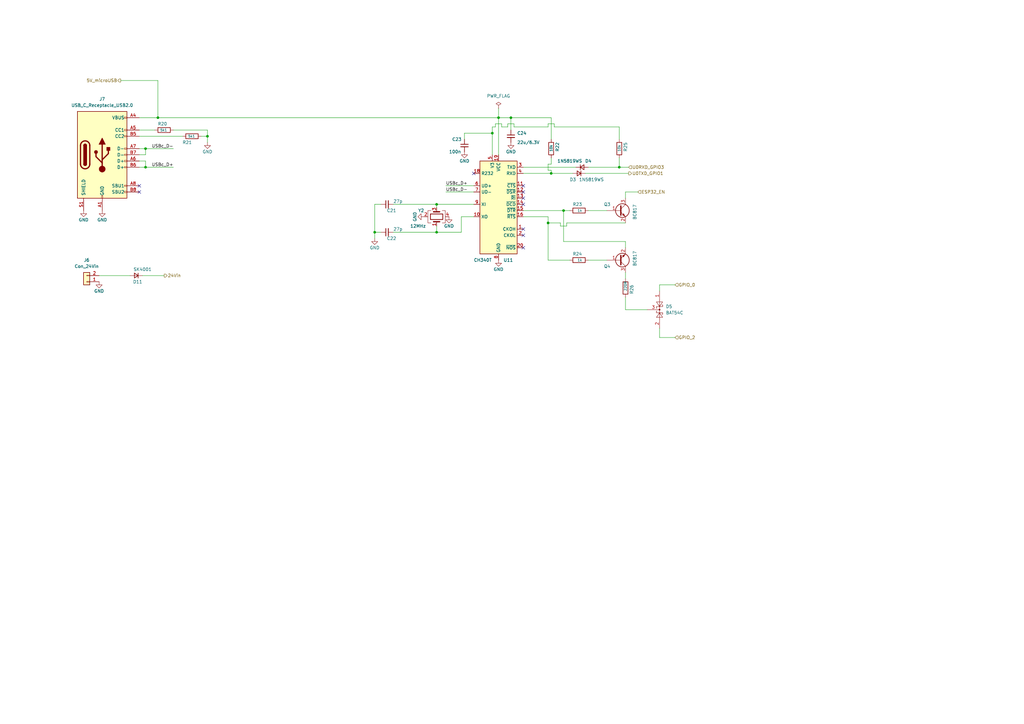
<source format=kicad_sch>
(kicad_sch (version 20211123) (generator eeschema)
  (paper "A3")
  (title_block (title "USB to UART bridge") (date "2022-06-07") (rev "3"))
  (lib_symbols
    (symbol "Connector:USB_C_Receptacle_USB2.0" (pin_names (offset 1.016))
      (property "Reference" "J" (at -10.16 19.05 0))
      (property "Value" "USB_C_Receptacle_USB2.0" (at 19.05 19.05 0))
      (symbol "USB_C_Receptacle_USB2.0_0_0"
        (rectangle (start -0.254 -17.78) (end 0.254 -16.764))
        (rectangle (start 10.16 -14.986) (end 9.144 -15.494))
        (rectangle (start 10.16 -12.446) (end 9.144 -12.954))
        (rectangle (start 10.16 -4.826) (end 9.144 -5.334))
        (rectangle (start 10.16 -2.286) (end 9.144 -2.794))
        (rectangle (start 10.16 0.254) (end 9.144 -0.254))
        (rectangle (start 10.16 2.794) (end 9.144 2.286))
        (rectangle (start 10.16 7.874) (end 9.144 7.366))
        (rectangle (start 10.16 10.414) (end 9.144 9.906))
        (rectangle (start 10.16 15.494) (end 9.144 14.986))
      )
      (symbol "USB_C_Receptacle_USB2.0_0_1"
        (rectangle (start -10.16 17.78) (end 10.16 -17.78) (stroke (width 0.254)) (fill (type background)))
        (arc (start -8.89 -3.81) (mid -6.985 -5.715) (end -5.08 -3.81) (stroke (width 0.508)))
        (arc (start -7.62 -3.81) (mid -6.985 -4.445) (end -6.35 -3.81) (stroke (width 0.254)))
        (arc (start -7.62 -3.81) (mid -6.985 -4.445) (end -6.35 -3.81) (stroke (width 0.254)) (fill (type outline)))
        (rectangle (start -7.62 -3.81) (end -6.35 3.81) (stroke (width 0.254)) (fill (type outline)))
        (arc (start -6.35 3.81) (mid -6.985 4.445) (end -7.62 3.81) (stroke (width 0.254)))
        (arc (start -6.35 3.81) (mid -6.985 4.445) (end -7.62 3.81) (stroke (width 0.254)) (fill (type outline)))
        (arc (start -5.08 3.81) (mid -6.985 5.715) (end -8.89 3.81) (stroke (width 0.508)))
        (circle (center -2.54 1.143) (radius 0.635) (stroke (width 0.254)) (fill (type outline)))
        (circle (center 0 -5.842) (radius 1.27) (fill (type outline)))
        (polyline (pts (xy -8.89 -3.81) (xy -8.89 3.81)) (stroke (width 0.508)))
        (polyline (pts (xy -5.08 3.81) (xy -5.08 -3.81)) (stroke (width 0.508)))
        (polyline (pts (xy 0 -5.842) (xy 0 4.318)) (stroke (width 0.508)))
        (polyline (pts (xy 0 -3.302) (xy -2.54 -0.762) (xy -2.54 0.508)) (stroke (width 0.508)))
        (polyline (pts (xy 0 -2.032) (xy 2.54 0.508) (xy 2.54 1.778)) (stroke (width 0.508)))
        (polyline (pts (xy -1.27 4.318) (xy 0 6.858) (xy 1.27 4.318) (xy -1.27 4.318)) (stroke (width 0.254)) (fill (type outline)))
        (rectangle (start 1.905 1.778) (end 3.175 3.048) (stroke (width 0.254)) (fill (type outline)))
      )
      (symbol "USB_C_Receptacle_USB2.0_1_1"
        (pin passive line (at 0 -22.86 90) (length 5.08) (name "GND") (number "A1"))
        (pin passive line (at 0 -22.86 90) (length 5.08) hide (name "GND") (number "A12"))
        (pin passive line (at 15.24 15.24 180) (length 5.08) (name "VBUS") (number "A4"))
        (pin bidirectional line (at 15.24 10.16 180) (length 5.08) (name "CC1") (number "A5"))
        (pin bidirectional line (at 15.24 -2.54 180) (length 5.08) (name "D+") (number "A6"))
        (pin bidirectional line (at 15.24 2.54 180) (length 5.08) (name "D-") (number "A7"))
        (pin bidirectional line (at 15.24 -12.7 180) (length 5.08) (name "SBU1") (number "A8"))
        (pin passive line (at 15.24 15.24 180) (length 5.08) hide (name "VBUS") (number "A9"))
        (pin passive line (at 0 -22.86 90) (length 5.08) hide (name "GND") (number "B1"))
        (pin passive line (at 0 -22.86 90) (length 5.08) hide (name "GND") (number "B12"))
        (pin passive line (at 15.24 15.24 180) (length 5.08) hide (name "VBUS") (number "B4"))
        (pin bidirectional line (at 15.24 7.62 180) (length 5.08) (name "CC2") (number "B5"))
        (pin bidirectional line (at 15.24 -5.08 180) (length 5.08) (name "D+") (number "B6"))
        (pin bidirectional line (at 15.24 0 180) (length 5.08) (name "D-") (number "B7"))
        (pin bidirectional line (at 15.24 -15.24 180) (length 5.08) (name "SBU2") (number "B8"))
        (pin passive line (at 15.24 15.24 180) (length 5.08) hide (name "VBUS") (number "B9"))
        (pin passive line (at -7.62 -22.86 90) (length 5.08) (name "SHIELD") (number "S1"))
      )
    )
    (symbol "Connector_Generic:Conn_01x02" (pin_names (offset 1.016) hide)
      (property "Reference" "J" (at 0 2.54 0))
      (property "Value" "Conn_01x02" (at 0 -5.08 0))
      (symbol "Conn_01x02_1_1"
        (rectangle (start -1.27 -2.413) (end 0 -2.667) (stroke (width 0.1524)))
        (rectangle (start -1.27 0.127) (end 0 -0.127) (stroke (width 0.1524)))
        (rectangle (start -1.27 1.27) (end 1.27 -3.81) (stroke (width 0.254)) (fill (type background)))
        (pin passive line (at -5.08 0 0) (length 3.81) (name "Pin_1") (number "1"))
        (pin passive line (at -5.08 -2.54 0) (length 3.81) (name "Pin_2") (number "2"))
      )
    )
    (symbol "Device:C_Small" (pin_numbers hide) (pin_names (offset 0.254) hide)
      (property "Reference" "C" (at 0.254 1.778 0))
      (property "Value" "C_Small" (at 0.254 -2.032 0))
      (symbol "C_Small_0_1"
        (polyline (pts (xy -1.524 -0.508) (xy 1.524 -0.508)) (stroke (width 0.3302)))
        (polyline (pts (xy -1.524 0.508) (xy 1.524 0.508)) (stroke (width 0.3048)))
      )
      (symbol "C_Small_1_1"
        (pin passive line (at 0 2.54 270) (length 2.032) (name "~") (number "1"))
        (pin passive line (at 0 -2.54 90) (length 2.032) (name "~") (number "2"))
      )
    )
    (symbol "Device:Crystal_GND24" (pin_names (offset 1.016) hide)
      (property "Reference" "Y" (at 3.175 5.08 0))
      (property "Value" "Crystal_GND24" (at 3.175 3.175 0))
      (symbol "Crystal_GND24_0_1"
        (rectangle (start -1.143 2.54) (end 1.143 -2.54) (stroke (width 0.3048)))
        (polyline (pts (xy -2.54 0) (xy -2.032 0)))
        (polyline (pts (xy -2.032 -1.27) (xy -2.032 1.27)) (stroke (width 0.508)))
        (polyline (pts (xy 0 -3.81) (xy 0 -3.556)))
        (polyline (pts (xy 0 3.556) (xy 0 3.81)))
        (polyline (pts (xy 2.032 -1.27) (xy 2.032 1.27)) (stroke (width 0.508)))
        (polyline (pts (xy 2.032 0) (xy 2.54 0)))
        (polyline (pts (xy -2.54 -2.286) (xy -2.54 -3.556) (xy 2.54 -3.556) (xy 2.54 -2.286)))
        (polyline (pts (xy -2.54 2.286) (xy -2.54 3.556) (xy 2.54 3.556) (xy 2.54 2.286)))
      )
      (symbol "Crystal_GND24_1_1"
        (pin passive line (at -3.81 0 0) (length 1.27) (name "1") (number "1"))
        (pin passive line (at 0 5.08 270) (length 1.27) (name "2") (number "2"))
        (pin passive line (at 3.81 0 180) (length 1.27) (name "3") (number "3"))
        (pin passive line (at 0 -5.08 90) (length 1.27) (name "4") (number "4"))
      )
    )
    (symbol "Device:D_Small" (pin_numbers hide) (pin_names (offset 0.254) hide)
      (property "Reference" "D" (at -1.27 2.032 0))
      (property "Value" "D_Small" (at -3.81 -2.032 0))
      (symbol "D_Small_0_1"
        (polyline (pts (xy -0.762 -1.016) (xy -0.762 1.016)) (stroke (width 0.254)))
        (polyline (pts (xy -0.762 0) (xy 0.762 0)))
        (polyline (pts (xy 0.762 -1.016) (xy -0.762 0) (xy 0.762 1.016) (xy 0.762 -1.016)) (stroke (width 0.254)))
      )
      (symbol "D_Small_1_1"
        (pin passive line (at -2.54 0 0) (length 1.778) (name "K") (number "1"))
        (pin passive line (at 2.54 0 180) (length 1.778) (name "A") (number "2"))
      )
    )
    (symbol "Device:Q_NPN_BEC" (pin_names (offset 0) hide)
      (property "Reference" "Q" (at 5.08 1.27 0))
      (property "Value" "Q_NPN_BEC" (at 5.08 -1.27 0))
      (symbol "Q_NPN_BEC_0_1"
        (polyline (pts (xy 0.635 0.635) (xy 2.54 2.54)))
        (polyline (pts (xy 0.635 -0.635) (xy 2.54 -2.54) (xy 2.54 -2.54)))
        (polyline (pts (xy 0.635 1.905) (xy 0.635 -1.905) (xy 0.635 -1.905)) (stroke (width 0.508)))
        (polyline (pts (xy 1.27 -1.778) (xy 1.778 -1.27) (xy 2.286 -2.286) (xy 1.27 -1.778) (xy 1.27 -1.778)) (fill (type outline)))
        (circle (center 1.27 0) (radius 2.8194) (stroke (width 0.254)))
      )
      (symbol "Q_NPN_BEC_1_1"
        (pin input line (at -5.08 0 0) (length 5.715) (name "B") (number "1"))
        (pin passive line (at 2.54 -5.08 90) (length 2.54) (name "E") (number "2"))
        (pin passive line (at 2.54 5.08 270) (length 2.54) (name "C") (number "3"))
      )
    )
    (symbol "Device:R" (pin_numbers hide) (pin_names (offset 0))
      (property "Reference" "R" (at 2.032 0 90))
      (property "Value" "R" (at 0 0 90))
      (symbol "R_0_1"
        (rectangle (start -1.016 -2.54) (end 1.016 2.54) (stroke (width 0.254)))
      )
      (symbol "R_1_1"
        (pin passive line (at 0 3.81 270) (length 1.27) (name "~") (number "1"))
        (pin passive line (at 0 -3.81 90) (length 1.27) (name "~") (number "2"))
      )
    )
    (symbol "Diode:BAT54C" (pin_names (offset 1.016))
      (property "Reference" "D" (at 0.635 -3.81 0))
      (property "Value" "BAT54C" (at -6.35 3.175 0))
      (symbol "BAT54C_0_1"
        (polyline (pts (xy -1.905 0) (xy 1.905 0)))
        (polyline (pts (xy -1.905 1.27) (xy -1.905 1.016)))
        (polyline (pts (xy -1.27 -1.27) (xy -0.635 -1.27)))
        (polyline (pts (xy -1.27 0) (xy -3.81 0)))
        (polyline (pts (xy -1.27 1.27) (xy -1.905 1.27)))
        (polyline (pts (xy -1.27 1.27) (xy -1.27 -1.27)))
        (polyline (pts (xy -0.635 -1.27) (xy -0.635 -1.016)))
        (polyline (pts (xy 0.635 -1.27) (xy 0.635 -1.016)))
        (polyline (pts (xy 1.27 -1.27) (xy 0.635 -1.27)))
        (polyline (pts (xy 1.27 1.27) (xy 1.27 -1.27)))
        (polyline (pts (xy 1.27 1.27) (xy 1.905 1.27)))
        (polyline (pts (xy 1.905 1.27) (xy 1.905 1.016)))
        (polyline (pts (xy 3.81 0) (xy 1.27 0)))
        (polyline (pts (xy -3.175 -1.27) (xy -3.175 1.27) (xy -1.27 0) (xy -3.175 -1.27)))
        (polyline (pts (xy 3.175 -1.27) (xy 3.175 1.27) (xy 1.27 0) (xy 3.175 -1.27)))
        (circle (center 0 0) (radius 0.254) (fill (type outline)))
      )
      (symbol "BAT54C_1_1"
        (pin passive line (at -7.62 0 0) (length 3.81) (name "~") (number "1"))
        (pin passive line (at 7.62 0 180) (length 3.81) (name "~") (number "2"))
        (pin passive line (at 0 -5.08 90) (length 5.08) (name "~") (number "3"))
      )
    )
    (symbol "Interface_USB:CH340T"
      (property "Reference" "U" (at -7.62 22.86 0))
      (property "Value" "CH340T" (at 7.62 22.86 0))
      (symbol "CH340T_1_1"
        (rectangle (start -7.62 20.32) (end 7.62 -17.78) (stroke (width 0.254)) (fill (type background)))
        (pin output line (at 10.16 -7.62 180) (length 2.54) (name "CKOH") (number "1"))
        (pin output line (at -10.16 -2.54 0) (length 2.54) (name "XO") (number "10"))
        (pin input line (at 10.16 10.16 180) (length 2.54) (name "~{CTS}") (number "11"))
        (pin input line (at 10.16 7.62 180) (length 2.54) (name "~{DSR}") (number "12"))
        (pin input line (at 10.16 5.08 180) (length 2.54) (name "~{RI}") (number "13"))
        (pin input line (at 10.16 2.54 180) (length 2.54) (name "~{DCD}") (number "14"))
        (pin output line (at 10.16 0 180) (length 2.54) (name "~{DTR}") (number "15"))
        (pin output line (at 10.16 -2.54 180) (length 2.54) (name "~{RTS}") (number "16"))
        (pin no_connect line (at -7.62 -7.62 0) (length 2.54) hide (name "NC") (number "17"))
        (pin input line (at -10.16 15.24 0) (length 2.54) (name "R232") (number "18"))
        (pin power_in line (at 0 22.86 270) (length 2.54) (name "VCC") (number "19"))
        (pin output line (at 10.16 -10.16 180) (length 2.54) (name "CKOL") (number "2"))
        (pin input line (at 10.16 -15.24 180) (length 2.54) (name "~{NOS}") (number "20"))
        (pin output line (at 10.16 17.78 180) (length 2.54) (name "TXD") (number "3"))
        (pin input line (at 10.16 15.24 180) (length 2.54) (name "RXD") (number "4"))
        (pin passive line (at -2.54 22.86 270) (length 2.54) (name "V3") (number "5"))
        (pin bidirectional line (at -10.16 10.16 0) (length 2.54) (name "UD+") (number "6"))
        (pin bidirectional line (at -10.16 7.62 0) (length 2.54) (name "UD-") (number "7"))
        (pin power_in line (at 0 -20.32 90) (length 2.54) (name "GND") (number "8"))
        (pin input line (at -10.16 2.54 0) (length 2.54) (name "XI") (number "9"))
      )
    )
    (symbol "power:GND" (power) (pin_names (offset 0))
      (property "Value" "GND" (at 0 -3.81 0))
      (symbol "GND_0_1"
        (polyline (pts (xy 0 0) (xy 0 -1.27) (xy 1.27 -1.27) (xy 0 -2.54) (xy -1.27 -1.27) (xy 0 -1.27)))
      )
      (symbol "GND_1_1"
        (pin power_in line (at 0 0 270) (length 0) hide (name "GND") (number "1"))
      )
    )
    (symbol "power:PWR_FLAG" (power) (pin_numbers hide) (pin_names (offset 0) hide)
      (property "Value" "PWR_FLAG" (at 0 3.81 0))
      (symbol "PWR_FLAG_0_0"
        (pin power_out line (at 0 0 90) (length 0) (name "pwr") (number "1"))
      )
      (symbol "PWR_FLAG_0_1"
        (polyline (pts (xy 0 0) (xy 0 1.27) (xy -1.016 1.905) (xy 0 2.54) (xy 1.016 1.905) (xy 0 1.27)))
      )
    )
  )
  (junction (at 179.07 83.82))
  (junction (at 226.06 71.12))
  (junction (at 231.14 86.36))
  (junction (at 59.69 60.96))
  (junction (at 153.67 95.25))
  (junction (at 85.09 55.88))
  (junction (at 204.47 48.26))
  (junction (at 64.77 48.26))
  (junction (at 254 68.58))
  (junction (at 224.79 91.44))
  (junction (at 179.07 95.25))
  (junction (at 201.93 54.61))
  (junction (at 209.55 48.26))
  (junction (at 59.69 68.58))
  (no_connect (at 57.15 76.2))
  (no_connect (at 194.31 71.12))
  (no_connect (at 214.63 78.74))
  (no_connect (at 214.63 83.82))
  (no_connect (at 214.63 93.98))
  (no_connect (at 214.63 96.52))
  (no_connect (at 214.63 76.2))
  (no_connect (at 214.63 81.28))
  (no_connect (at 214.63 101.6))
  (no_connect (at 57.15 78.74))
  (wire (pts (xy 224.79 67.31) (xy 226.06 67.31)))
  (wire (pts (xy 226.06 71.12) (xy 234.95 71.12)))
  (wire (pts (xy 256.54 111.76) (xy 256.54 114.3)))
  (wire (pts (xy 85.09 53.34) (xy 85.09 55.88)))
  (wire (pts (xy 204.47 48.26) (xy 209.55 48.26)))
  (wire (pts (xy 224.79 69.85) (xy 224.79 67.31)))
  (wire (pts (xy 182.88 76.2) (xy 194.31 76.2)))
  (wire (pts (xy 231.14 86.36) (xy 231.14 99.06)))
  (wire (pts (xy 208.28 52.07) (xy 208.28 50.8)))
  (wire (pts (xy 214.63 88.9) (xy 224.79 88.9)))
  (wire (pts (xy 226.06 48.26) (xy 209.55 48.26)))
  (wire (pts (xy 254 68.58) (xy 254 64.77)))
  (wire (pts (xy 205.74 52.07) (xy 208.28 52.07)))
  (wire (pts (xy 189.23 88.9) (xy 189.23 95.25)))
  (wire (pts (xy 232.41 92.71) (xy 229.87 92.71)))
  (wire (pts (xy 254 68.58) (xy 257.81 68.58)))
  (wire (pts (xy 261.62 78.74) (xy 256.54 78.74)))
  (wire (pts (xy 224.79 52.07) (xy 224.79 50.8)))
  (wire (pts (xy 204.47 48.26) (xy 204.47 63.5)))
  (wire (pts (xy 194.31 83.82) (xy 179.07 83.82)))
  (wire (pts (xy 194.31 88.9) (xy 189.23 88.9)))
  (wire (pts (xy 226.06 69.85) (xy 224.79 69.85)))
  (wire (pts (xy 241.3 68.58) (xy 254 68.58)))
  (wire (pts (xy 256.54 127) (xy 256.54 121.92)))
  (wire (pts (xy 214.63 68.58) (xy 236.22 68.58)))
  (wire (pts (xy 240.03 71.12) (xy 257.81 71.12)))
  (wire (pts (xy 204.47 44.45) (xy 204.47 48.26)))
  (wire (pts (xy 210.82 50.8) (xy 210.82 52.07)))
  (wire (pts (xy 59.69 68.58) (xy 71.12 68.58)))
  (wire (pts (xy 208.28 50.8) (xy 210.82 50.8)))
  (wire (pts (xy 156.21 83.82) (xy 153.67 83.82)))
  (wire (pts (xy 179.07 95.25) (xy 179.07 92.71)))
  (wire (pts (xy 161.29 83.82) (xy 179.07 83.82)))
  (wire (pts (xy 241.3 86.36) (xy 248.92 86.36)))
  (wire (pts (xy 49.53 33.02) (xy 64.77 33.02)))
  (wire (pts (xy 270.51 116.84) (xy 270.51 119.38)))
  (wire (pts (xy 58.42 113.03) (xy 67.31 113.03)))
  (wire (pts (xy 224.79 91.44) (xy 229.87 91.44)))
  (wire (pts (xy 153.67 95.25) (xy 156.21 95.25)))
  (wire (pts (xy 232.41 91.44) (xy 232.41 92.71)))
  (wire (pts (xy 270.51 138.43) (xy 270.51 134.62)))
  (wire (pts (xy 57.15 63.5) (xy 59.69 63.5)))
  (wire (pts (xy 226.06 71.12) (xy 226.06 69.85)))
  (wire (pts (xy 265.43 127) (xy 256.54 127)))
  (wire (pts (xy 214.63 86.36) (xy 231.14 86.36)))
  (wire (pts (xy 85.09 55.88) (xy 85.09 58.42)))
  (wire (pts (xy 276.86 138.43) (xy 270.51 138.43)))
  (wire (pts (xy 64.77 33.02) (xy 64.77 48.26)))
  (wire (pts (xy 224.79 88.9) (xy 224.79 91.44)))
  (wire (pts (xy 71.12 53.34) (xy 85.09 53.34)))
  (wire (pts (xy 205.74 50.8) (xy 205.74 52.07)))
  (wire (pts (xy 59.69 60.96) (xy 71.12 60.96)))
  (wire (pts (xy 229.87 92.71) (xy 229.87 91.44)))
  (wire (pts (xy 201.93 54.61) (xy 201.93 52.07)))
  (wire (pts (xy 203.2 50.8) (xy 205.74 50.8)))
  (wire (pts (xy 82.55 55.88) (xy 85.09 55.88)))
  (wire (pts (xy 256.54 78.74) (xy 256.54 81.28)))
  (wire (pts (xy 201.93 63.5) (xy 201.93 54.61)))
  (wire (pts (xy 57.15 53.34) (xy 63.5 53.34)))
  (wire (pts (xy 256.54 91.44) (xy 232.41 91.44)))
  (wire (pts (xy 189.23 95.25) (xy 179.07 95.25)))
  (wire (pts (xy 224.79 50.8) (xy 227.33 50.8)))
  (wire (pts (xy 214.63 71.12) (xy 226.06 71.12)))
  (wire (pts (xy 57.15 55.88) (xy 74.93 55.88)))
  (wire (pts (xy 256.54 99.06) (xy 256.54 101.6)))
  (wire (pts (xy 64.77 48.26) (xy 204.47 48.26)))
  (wire (pts (xy 179.07 83.82) (xy 179.07 85.09)))
  (wire (pts (xy 153.67 83.82) (xy 153.67 95.25)))
  (wire (pts (xy 226.06 67.31) (xy 226.06 64.77)))
  (wire (pts (xy 182.88 78.74) (xy 194.31 78.74)))
  (wire (pts (xy 224.79 106.68) (xy 233.68 106.68)))
  (wire (pts (xy 227.33 52.07) (xy 254 52.07)))
  (wire (pts (xy 57.15 66.04) (xy 59.69 66.04)))
  (wire (pts (xy 57.15 60.96) (xy 59.69 60.96)))
  (wire (pts (xy 59.69 63.5) (xy 59.69 60.96)))
  (wire (pts (xy 210.82 52.07) (xy 224.79 52.07)))
  (wire (pts (xy 241.3 106.68) (xy 248.92 106.68)))
  (wire (pts (xy 276.86 116.84) (xy 270.51 116.84)))
  (wire (pts (xy 153.67 95.25) (xy 153.67 97.79)))
  (wire (pts (xy 209.55 48.26) (xy 209.55 53.34)))
  (wire (pts (xy 231.14 86.36) (xy 233.68 86.36)))
  (wire (pts (xy 161.29 95.25) (xy 179.07 95.25)))
  (wire (pts (xy 190.5 54.61) (xy 190.5 57.15)))
  (wire (pts (xy 59.69 66.04) (xy 59.69 68.58)))
  (wire (pts (xy 201.93 52.07) (xy 203.2 52.07)))
  (wire (pts (xy 40.64 113.03) (xy 53.34 113.03)))
  (wire (pts (xy 227.33 50.8) (xy 227.33 52.07)))
  (wire (pts (xy 57.15 48.26) (xy 64.77 48.26)))
  (wire (pts (xy 231.14 99.06) (xy 256.54 99.06)))
  (wire (pts (xy 201.93 54.61) (xy 190.5 54.61)))
  (wire (pts (xy 203.2 52.07) (xy 203.2 50.8)))
  (wire (pts (xy 254 52.07) (xy 254 57.15)))
  (wire (pts (xy 224.79 91.44) (xy 224.79 106.68)))
  (wire (pts (xy 57.15 68.58) (xy 59.69 68.58)))
  (wire (pts (xy 226.06 57.15) (xy 226.06 48.26)))
  (label "USBc_D-" (at 182.88 78.74 0))
  (label "USBc_D-" (at 71.12 60.96 180))
  (label "USBc_D+" (at 71.12 68.58 180))
  (label "USBc_D+" (at 182.88 76.2 0))
  (hierarchical_label "24Vin" (shape output) (at 67.31 113.03 0))
  (hierarchical_label "5V_microUSB" (shape output) (at 49.53 33.02 180))
  (hierarchical_label "U0RXD_GPIO3" (shape input) (at 257.81 68.58 0))
  (hierarchical_label "GPIO_2" (shape input) (at 276.86 138.43 0))
  (hierarchical_label "ESP32_EN" (shape input) (at 261.62 78.74 0))
  (hierarchical_label "U0TXD_GPIO1" (shape output) (at 257.81 71.12 0))
  (hierarchical_label "GPIO_0" (shape input) (at 276.86 116.84 0))
  (symbol (lib_id "Interface_USB:CH340T") (at 204.47 86.36 0) (unit 1)
    (property "Reference" "U11" (at 206.4894 106.68 0) (effects (justify left)))
    (property "Value" "CH340T" (at 194.31 106.68 0) (effects (justify left)))
    (property "Footprint" "Package_SO:SSOP-20_5.3x7.2mm_P0.65mm" (effects hide))
    (property "Datasheet" "https://cdn.sparkfun.com/datasheets/Dev/Arduino/Other/CH340DS1.PDF" (effects hide))
    (property "MfgNo" "CH340T" (effects hide))
    (property "price@1" "0.66" (effects hide))
    (property "price@reel" "0.41" (effects hide))
    (property "JCLPCB" "C8689" (effects hide))
  )
  (symbol (lib_id "Device:R") (at 78.74 55.88 90) (unit 1)
    (property "Reference" "R21" (at 78.74 58.42 90) (effects (justify left)))
    (property "Value" "5k1" (at 80.01 55.88 90) (effects (font (size 1 1)) (justify left)))
    (property "Footprint" "Resistor_SMD:R_0603_1608Metric" (effects hide))
    (property "MfgNo" "0603WAF5101T5E" (effects hide))
    (property "price@1" "0.003" (effects hide))
    (property "price@reel" "0.002" (effects hide))
    (property "JCLPCB" "C23186" (effects hide))
  )
  (symbol (lib_id "power:PWR_FLAG") (at 204.47 44.45 0) (unit 1)
    (property "Reference" "#FLG0107" (effects hide))
    (property "Value" "PWR_FLAG" (at 204.47 39.37 0))
  )
  (symbol (lib_id "Device:D_Small") (at 237.49 71.12 180) (unit 1)
    (property "Reference" "D3" (at 234.95 73.66 0))
    (property "Value" "1N5819WS" (at 242.57 73.66 0))
    (property "Footprint" "Diode_SMD:D_SOD-323" (effects hide))
    (property "MfgNo" "1N5819WS" (effects hide))
    (property "price@1" "0.02" (effects hide))
    (property "price@reel" "0.02" (effects hide))
    (property "JCLPCB" "C191023" (effects hide))
  )
  (symbol (lib_id "power:GND") (at 184.15 88.9 0) (unit 1)
    (property "Reference" "#PWR057" (effects hide))
    (property "Value" "GND" (at 184.15 92.71 0))
  )
  (symbol (lib_id "Device:Q_NPN_BEC") (at 254 106.68 0) (mirror x) (unit 1)
    (property "Reference" "Q4" (at 247.65 109.22 0) (effects (justify left)))
    (property "Value" "BC817" (at 260.35 102.87 90) (effects (justify left)))
    (property "Footprint" "Package_TO_SOT_SMD:SOT-23" (effects hide))
    (property "MfgNo" "BC817-40" (effects hide))
    (property "price@1" "0.03" (effects hide))
    (property "price@reel" "0.02" (effects hide))
    (property "JCLPCB" "C8589" (effects hide))
  )
  (symbol (lib_id "Device:C_Small") (at 158.75 95.25 90) (unit 1)
    (property "Reference" "C22" (at 162.56 97.79 90) (effects (justify left)))
    (property "Value" "27p" (at 165.1 93.98 90) (effects (justify left)))
    (property "Footprint" "Capacitor_SMD:C_0603_1608Metric" (effects hide))
    (property "MfgNo" "CL10C270JB8NNNC" (effects hide))
    (property "price@1" "0.003" (effects hide))
    (property "price@reel" "0.002" (effects hide))
    (property "JCLPCB" "C1656" (effects hide))
  )
  (symbol (lib_id "Device:R") (at 254 60.96 0) (unit 1)
    (property "Reference" "R25" (at 256.54 62.23 90) (effects (justify left)))
    (property "Value" "10k" (at 254 62.23 90) (effects (font (size 1 1)) (justify left)))
    (property "Footprint" "Resistor_SMD:R_0603_1608Metric" (effects hide))
    (property "MfgNo" "0603WAF1002T5E" (effects hide))
    (property "price@1" "0.003" (effects hide))
    (property "price@reel" "0.002" (effects hide))
    (property "JCLPCB" "C25804" (effects hide))
  )
  (symbol (lib_id "Connector:USB_C_Receptacle_USB2.0") (at 41.91 63.5 0) (unit 1)
    (property "Reference" "J7" (at 41.91 40.64 0))
    (property "Value" "USB_C_Receptacle_USB2.0" (at 41.91 43.18 0))
    (property "Footprint" "mdc_footprints:USB_C_XKB_U262-16XN-4BVC11" (effects hide))
    (property "Datasheet" "https://www.usb.org/sites/default/files/documents/usb_type-c.zip" (effects hide))
    (property "MfgNo" "XKB_U262-16XN-4BVC11" (effects hide))
    (property "price@1" "0.35" (effects hide))
    (property "price@reel" "0.21" (effects hide))
    (property "JCLPCB" "C319148" (effects hide))
  )
  (symbol (lib_id "power:GND") (at 173.99 88.9 270) (unit 1)
    (property "Reference" "#PWR056" (effects hide))
    (property "Value" "GND" (at 170.18 88.9 0))
  )
  (symbol (lib_id "power:GND") (at 40.64 115.57 0) (unit 1)
    (property "Reference" "#PWR0110" (effects hide))
    (property "Value" "GND" (at 40.64 119.38 0))
  )
  (symbol (lib_id "Diode:BAT54C") (at 270.51 127 270) (unit 1)
    (property "Reference" "D5" (at 273.05 125.7299 90) (effects (justify left)))
    (property "Value" "BAT54C" (at 273.05 128.2699 90) (effects (justify left)))
    (property "Footprint" "Package_TO_SOT_SMD:SOT-23" (effects hide))
    (property "Datasheet" "http://www.diodes.com/_files/datasheets/ds11005.pdf" (effects hide))
    (property "MfgNo" "BAT54C,215" (effects hide))
    (property "price@1" "0.03" (effects hide))
    (property "price@reel" "0.02" (effects hide))
    (property "JCLPCB" "C37704" (effects hide))
  )
  (symbol (lib_id "power:GND") (at 85.09 58.42 0) (unit 1)
    (property "Reference" "#PWR050" (effects hide))
    (property "Value" "GND" (at 85.09 62.23 0))
  )
  (symbol (lib_id "Device:C_Small") (at 158.75 83.82 90) (unit 1)
    (property "Reference" "C21" (at 162.56 86.36 90) (effects (justify left)))
    (property "Value" "27p" (at 165.1 82.55 90) (effects (justify left)))
    (property "Footprint" "Capacitor_SMD:C_0603_1608Metric" (effects hide))
    (property "MfgNo" "CL10C270JB8NNNC" (effects hide))
    (property "price@1" "0.003" (effects hide))
    (property "price@reel" "0.002" (effects hide))
    (property "JCLPCB" "C1656" (effects hide))
  )
  (symbol (lib_id "Device:D_Small") (at 238.76 68.58 0) (unit 1)
    (property "Reference" "D4" (at 241.3 66.04 0))
    (property "Value" "1N5819WS" (at 233.68 66.04 0))
    (property "Footprint" "Diode_SMD:D_SOD-323" (effects hide))
    (property "MfgNo" "1N5819WS" (effects hide))
    (property "price@1" "0.02" (effects hide))
    (property "price@reel" "0.02" (effects hide))
    (property "JCLPCB" "C191023" (effects hide))
  )
  (symbol (lib_id "power:GND") (at 41.91 86.36 0) (unit 1)
    (property "Reference" "#PWR049" (effects hide))
    (property "Value" "GND" (at 41.91 90.17 0))
  )
  (symbol (lib_id "Device:R") (at 237.49 86.36 90) (unit 1)
    (property "Reference" "R23" (at 238.76 83.82 90) (effects (justify left)))
    (property "Value" "1k" (at 238.76 86.36 90) (effects (font (size 1 1)) (justify left)))
    (property "Footprint" "Resistor_SMD:R_0603_1608Metric" (effects hide))
    (property "MfgNo" "0603WAF1001T5E" (effects hide))
    (property "price@1" "0.003" (effects hide))
    (property "price@reel" "0.002" (effects hide))
    (property "JCLPCB" "C21190" (effects hide))
  )
  (symbol (lib_id "Device:Q_NPN_BEC") (at 254 86.36 0) (unit 1)
    (property "Reference" "Q3" (at 247.65 83.82 0) (effects (justify left)))
    (property "Value" "BC817" (at 260.35 90.17 90) (effects (justify left)))
    (property "Footprint" "Package_TO_SOT_SMD:SOT-23" (effects hide))
    (property "MfgNo" "BC817-40" (effects hide))
    (property "price@1" "0.03" (effects hide))
    (property "price@reel" "0.02" (effects hide))
    (property "JCLPCB" "C8589" (effects hide))
  )
  (symbol (lib_id "Device:C_Small") (at 209.55 55.88 0) (unit 1)
    (property "Reference" "C24" (at 212.09 54.61 0) (effects (justify left)))
    (property "Value" "22u/6.3V" (at 212.09 58.42 0) (effects (justify left)))
    (property "Footprint" "Capacitor_SMD:C_0805_2012Metric" (effects hide))
    (property "MfgNo" "CL10A226MQ8NRNC" (effects hide))
    (property "price@1" "0.005" (effects hide))
    (property "price@reel" "0.005" (effects hide))
    (property "JCLPCB" "C59461" (effects hide))
  )
  (symbol (lib_id "power:GND") (at 209.55 58.42 0) (unit 1)
    (property "Reference" "#PWR060" (effects hide))
    (property "Value" "GND" (at 209.55 62.23 0))
  )
  (symbol (lib_id "Device:R") (at 237.49 106.68 90) (unit 1)
    (property "Reference" "R24" (at 238.76 104.14 90) (effects (justify left)))
    (property "Value" "1k" (at 238.76 106.68 90) (effects (font (size 1 1)) (justify left)))
    (property "Footprint" "Resistor_SMD:R_0603_1608Metric" (effects hide))
    (property "MfgNo" "0603WAF1001T5E" (effects hide))
    (property "price@1" "0.003" (effects hide))
    (property "price@reel" "0.002" (effects hide))
    (property "JCLPCB" "C21190" (effects hide))
  )
  (symbol (lib_id "Device:R") (at 67.31 53.34 90) (unit 1)
    (property "Reference" "R20" (at 68.58 50.8 90) (effects (justify left)))
    (property "Value" "5k1" (at 68.58 53.34 90) (effects (font (size 1 1)) (justify left)))
    (property "Footprint" "Resistor_SMD:R_0603_1608Metric" (effects hide))
    (property "MfgNo" "0603WAF5101T5E" (effects hide))
    (property "price@1" "0.003" (effects hide))
    (property "price@reel" "0.002" (effects hide))
    (property "JCLPCB" "C23186" (effects hide))
  )
  (symbol (lib_id "Device:C_Small") (at 190.5 59.69 0) (unit 1)
    (property "Reference" "C23" (at 185.42 57.15 0) (effects (justify left)))
    (property "Value" "100n" (at 184.15 62.23 0) (effects (justify left)))
    (property "Footprint" "Capacitor_SMD:C_0603_1608Metric" (effects hide))
    (property "MfgNo" "CC0603KRX7R9BB104" (effects hide))
    (property "price@1" "0.003" (effects hide))
    (property "price@reel" "0.002" (effects hide))
    (property "JCLPCB" "C14663" (effects hide))
  )
  (symbol (lib_id "Device:R") (at 226.06 60.96 0) (unit 1)
    (property "Reference" "R22" (at 228.6 62.23 90) (effects (justify left)))
    (property "Value" "10k" (at 226.06 62.23 90) (effects (font (size 1 1)) (justify left)))
    (property "Footprint" "Resistor_SMD:R_0603_1608Metric" (effects hide))
    (property "MfgNo" "0603WAF1002T5E" (effects hide))
    (property "price@1" "0.003" (effects hide))
    (property "price@reel" "0.002" (effects hide))
    (property "JCLPCB" "C25804" (effects hide))
  )
  (symbol (lib_id "Connector_Generic:Conn_01x02") (at 35.56 115.57 180) (unit 1)
    (property "Reference" "J6" (at 35.56 106.68 0))
    (property "Value" "Con_24Vin" (at 35.56 109.22 0))
    (property "Footprint" "Connector_JST:JST_EH_B2B-EH-A_1x02_P2.50mm_Vertical" (effects hide))
  )
  (symbol (lib_id "power:GND") (at 153.67 97.79 0) (unit 1)
    (property "Reference" "#PWR055" (effects hide))
    (property "Value" "GND" (at 153.67 101.6 0))
  )
  (symbol (lib_id "power:GND") (at 34.29 86.36 0) (unit 1)
    (property "Reference" "#PWR048" (effects hide))
    (property "Value" "GND" (at 34.29 90.17 0))
  )
  (symbol (lib_id "Device:Crystal_GND24") (at 179.07 88.9 90) (unit 1)
    (property "Reference" "Y2" (at 172.72 86.36 90))
    (property "Value" "12MHz" (at 171.45 92.71 90))
    (property "Footprint" "Crystal:Crystal_SMD_2520-4Pin_2.5x2.0mm" (effects hide))
    (property "MfgNo" "S22120001210120" (effects hide))
    (property "price@1" "0.14" (effects hide))
    (property "price@reel" "0.09" (effects hide))
    (property "JCLPCB" "C479184" (effects hide))
  )
  (symbol (lib_id "power:GND") (at 190.5 62.23 0) (unit 1)
    (property "Reference" "#PWR058" (effects hide))
    (property "Value" "GND" (at 190.5 66.04 0))
  )
  (symbol (lib_id "Device:R") (at 256.54 118.11 0) (unit 1)
    (property "Reference" "R26" (at 259.08 120.65 90) (effects (justify left)))
    (property "Value" "220R" (at 256.54 119.38 90) (effects (font (size 1 1)) (justify left)))
    (property "Footprint" "Resistor_SMD:R_0603_1608Metric" (effects hide))
    (property "MfgNo" "0603WAF2200T5E" (effects hide))
    (property "price@1" "0.003" (effects hide))
    (property "price@reel" "0.002" (effects hide))
    (property "JCLPCB" "C22962" (effects hide))
  )
  (symbol (lib_id "Device:D_Small") (at 55.88 113.03 180) (unit 1)
    (property "Reference" "D11" (at 58.42 115.57 0) (effects (justify left)))
    (property "Value" "SK4001" (at 62.23 110.49 0) (effects (justify left)))
    (property "Footprint" "Diode_SMD:D_SOD-123" (effects hide))
    (property "MfgNo" "SK4001" (effects hide))
    (property "price@1" "0.02" (effects hide))
    (property "price@reel" "0.01" (effects hide))
    (property "JCLPCB" "C183406" (effects hide))
  )
  (symbol (lib_id "power:GND") (at 204.47 106.68 0) (unit 1)
    (property "Reference" "#PWR059" (effects hide))
    (property "Value" "GND" (at 204.47 110.49 0))
  )
)
</source>
